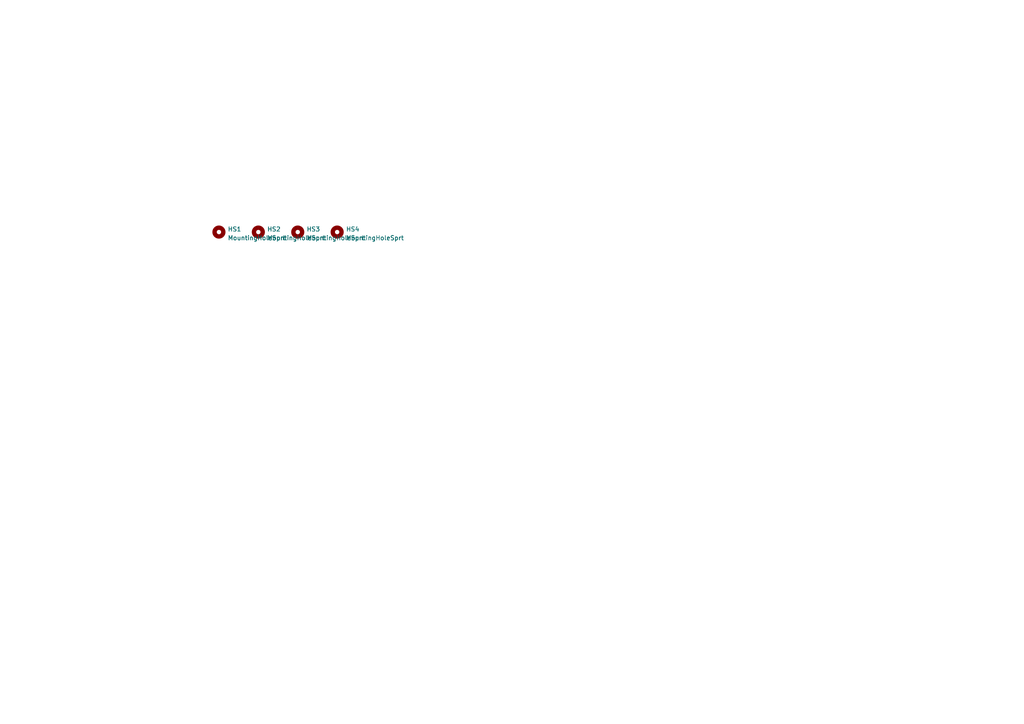
<source format=kicad_sch>
(kicad_sch (version 20211123) (generator eeschema)
  (paper "A4")
  (lib_symbols
    (symbol "MySymbols:MountingHoleSprt" (pin_names (offset 1.016))
      (property "Reference" "HS" (at 0 5.08 0))
      (property "Value" "MountingHoleSprt" (at 0 3.175 0))
      (symbol "MountingHoleSprt_0_1"
        (circle (center 0 0) (radius 1.27) (stroke (width 1.27)))
      )
    )
  )
  (symbol (lib_id "MySymbols:MountingHoleSprt") (at 86.36 67.31 0) (unit 1)
    (property "Reference" "HS3" (at 88.9 66.4753 0) (effects (justify left)))
    (property "Value" "MountingHoleSprt" (at 88.9 69.0122 0) (effects (justify left)))
    (property "Footprint" "MyFootprints:MountingHole_2.2mm_M2_ISO7380_Pad" (effects hide))
  )
  (symbol (lib_id "MySymbols:MountingHoleSprt") (at 97.79 67.31 0) (unit 1)
    (property "Reference" "HS4" (at 100.33 66.4753 0) (effects (justify left)))
    (property "Value" "MountingHoleSprt" (at 100.33 69.0122 0) (effects (justify left)))
    (property "Footprint" "MyFootprints:MountingHole_2.2mm_M2_ISO7380_Pad" (effects hide))
  )
  (symbol (lib_id "MySymbols:MountingHoleSprt") (at 74.93 67.31 0) (unit 1)
    (property "Reference" "HS2" (at 77.47 66.4753 0) (effects (justify left)))
    (property "Value" "MountingHoleSprt" (at 77.47 69.0122 0) (effects (justify left)))
    (property "Footprint" "MyFootprints:MountingHole_2.2mm_M2_ISO7380_Pad" (effects hide))
  )
  (symbol (lib_id "MySymbols:MountingHoleSprt") (at 63.5 67.31 0) (unit 1)
    (property "Reference" "HS1" (at 66.04 66.4753 0) (effects (justify left)))
    (property "Value" "MountingHoleSprt" (at 66.04 69.0122 0) (effects (justify left)))
    (property "Footprint" "MyFootprints:MountingHole_2.2mm_M2_ISO7380_Pad" (effects hide))
  )
)
</source>
